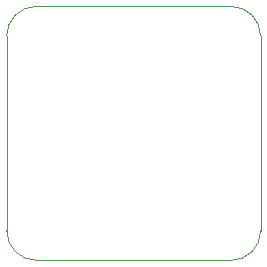
<source format=gbr>
%TF.GenerationSoftware,KiCad,Pcbnew,8.0.6*%
%TF.CreationDate,2024-11-25T04:34:59+09:00*%
%TF.ProjectId,pointify,706f696e-7469-4667-992e-6b696361645f,rev?*%
%TF.SameCoordinates,Original*%
%TF.FileFunction,Profile,NP*%
%FSLAX46Y46*%
G04 Gerber Fmt 4.6, Leading zero omitted, Abs format (unit mm)*
G04 Created by KiCad (PCBNEW 8.0.6) date 2024-11-25 04:34:59*
%MOMM*%
%LPD*%
G01*
G04 APERTURE LIST*
%TA.AperFunction,Profile*%
%ADD10C,0.050000*%
%TD*%
G04 APERTURE END LIST*
D10*
X121900000Y-89000000D02*
G75*
G02*
X119400000Y-86500000I0J2500000D01*
G01*
X140900000Y-70000000D02*
X140900000Y-86500000D01*
X121900000Y-67500000D02*
X138400000Y-67500000D01*
X119400000Y-70000000D02*
G75*
G02*
X121900000Y-67500000I2500000J0D01*
G01*
X140900000Y-86500000D02*
G75*
G02*
X138400000Y-89000000I-2500000J0D01*
G01*
X119400000Y-86500000D02*
X119400000Y-70000000D01*
X138400000Y-89000000D02*
X121900000Y-89000000D01*
X138400000Y-67500000D02*
G75*
G02*
X140900000Y-70000000I0J-2500000D01*
G01*
M02*

</source>
